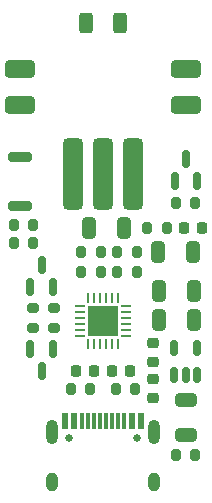
<source format=gts>
%TF.GenerationSoftware,KiCad,Pcbnew,(6.0.4)*%
%TF.CreationDate,2023-01-26T18:28:49+01:00*%
%TF.ProjectId,hair-01,68616972-2d30-4312-9e6b-696361645f70,rev?*%
%TF.SameCoordinates,Original*%
%TF.FileFunction,Soldermask,Top*%
%TF.FilePolarity,Negative*%
%FSLAX46Y46*%
G04 Gerber Fmt 4.6, Leading zero omitted, Abs format (unit mm)*
G04 Created by KiCad (PCBNEW (6.0.4)) date 2023-01-26 18:28:49*
%MOMM*%
%LPD*%
G01*
G04 APERTURE LIST*
G04 Aperture macros list*
%AMRoundRect*
0 Rectangle with rounded corners*
0 $1 Rounding radius*
0 $2 $3 $4 $5 $6 $7 $8 $9 X,Y pos of 4 corners*
0 Add a 4 corners polygon primitive as box body*
4,1,4,$2,$3,$4,$5,$6,$7,$8,$9,$2,$3,0*
0 Add four circle primitives for the rounded corners*
1,1,$1+$1,$2,$3*
1,1,$1+$1,$4,$5*
1,1,$1+$1,$6,$7*
1,1,$1+$1,$8,$9*
0 Add four rect primitives between the rounded corners*
20,1,$1+$1,$2,$3,$4,$5,0*
20,1,$1+$1,$4,$5,$6,$7,0*
20,1,$1+$1,$6,$7,$8,$9,0*
20,1,$1+$1,$8,$9,$2,$3,0*%
G04 Aperture macros list end*
%ADD10RoundRect,0.375000X0.925000X-0.375000X0.925000X0.375000X-0.925000X0.375000X-0.925000X-0.375000X0*%
%ADD11RoundRect,0.200000X-0.200000X-0.275000X0.200000X-0.275000X0.200000X0.275000X-0.200000X0.275000X0*%
%ADD12RoundRect,0.200000X0.200000X0.275000X-0.200000X0.275000X-0.200000X-0.275000X0.200000X-0.275000X0*%
%ADD13RoundRect,0.218750X0.256250X-0.218750X0.256250X0.218750X-0.256250X0.218750X-0.256250X-0.218750X0*%
%ADD14RoundRect,0.425000X-0.425000X-2.625000X0.425000X-2.625000X0.425000X2.625000X-0.425000X2.625000X0*%
%ADD15RoundRect,0.150000X0.150000X-0.587500X0.150000X0.587500X-0.150000X0.587500X-0.150000X-0.587500X0*%
%ADD16RoundRect,0.200000X-0.275000X0.200000X-0.275000X-0.200000X0.275000X-0.200000X0.275000X0.200000X0*%
%ADD17C,0.650000*%
%ADD18R,0.600000X1.450000*%
%ADD19R,0.300000X1.450000*%
%ADD20O,1.000000X1.600000*%
%ADD21O,1.000000X2.100000*%
%ADD22RoundRect,0.250000X-0.650000X0.325000X-0.650000X-0.325000X0.650000X-0.325000X0.650000X0.325000X0*%
%ADD23RoundRect,0.150000X-0.150000X0.587500X-0.150000X-0.587500X0.150000X-0.587500X0.150000X0.587500X0*%
%ADD24RoundRect,0.250000X-0.325000X-0.650000X0.325000X-0.650000X0.325000X0.650000X-0.325000X0.650000X0*%
%ADD25RoundRect,0.150000X0.150000X-0.512500X0.150000X0.512500X-0.150000X0.512500X-0.150000X-0.512500X0*%
%ADD26RoundRect,0.225000X-0.250000X0.225000X-0.250000X-0.225000X0.250000X-0.225000X0.250000X0.225000X0*%
%ADD27RoundRect,0.218750X-0.218750X-0.256250X0.218750X-0.256250X0.218750X0.256250X-0.218750X0.256250X0*%
%ADD28RoundRect,0.218750X0.218750X0.256250X-0.218750X0.256250X-0.218750X-0.256250X0.218750X-0.256250X0*%
%ADD29RoundRect,0.225000X-0.225000X-0.250000X0.225000X-0.250000X0.225000X0.250000X-0.225000X0.250000X0*%
%ADD30RoundRect,0.200000X0.800000X-0.200000X0.800000X0.200000X-0.800000X0.200000X-0.800000X-0.200000X0*%
%ADD31RoundRect,0.250000X-0.312500X-0.625000X0.312500X-0.625000X0.312500X0.625000X-0.312500X0.625000X0*%
%ADD32RoundRect,0.250000X0.325000X0.650000X-0.325000X0.650000X-0.325000X-0.650000X0.325000X-0.650000X0*%
%ADD33RoundRect,0.062500X0.062500X-0.350000X0.062500X0.350000X-0.062500X0.350000X-0.062500X-0.350000X0*%
%ADD34RoundRect,0.062500X0.350000X-0.062500X0.350000X0.062500X-0.350000X0.062500X-0.350000X-0.062500X0*%
%ADD35R,2.600000X2.600000*%
%ADD36RoundRect,0.375000X-0.925000X0.375000X-0.925000X-0.375000X0.925000X-0.375000X0.925000X0.375000X0*%
%ADD37RoundRect,0.200000X0.275000X-0.200000X0.275000X0.200000X-0.275000X0.200000X-0.275000X-0.200000X0*%
G04 APERTURE END LIST*
D10*
X155590000Y-85700000D03*
X155590000Y-82700000D03*
D11*
X141034000Y-97409000D03*
X142684000Y-97409000D03*
X149670000Y-109728000D03*
X151320000Y-109728000D03*
D12*
X151447000Y-98171000D03*
X149797000Y-98171000D03*
D13*
X152781000Y-110515500D03*
X152781000Y-108940500D03*
D14*
X146050000Y-91525000D03*
X148590000Y-91525000D03*
X151130000Y-91525000D03*
D15*
X154640000Y-92123500D03*
X156540000Y-92123500D03*
X155590000Y-90248500D03*
D16*
X144399000Y-102934000D03*
X144399000Y-104584000D03*
D17*
X151480000Y-113950000D03*
X145700000Y-113950000D03*
D18*
X145340000Y-112505000D03*
X146140000Y-112505000D03*
D19*
X147340000Y-112505000D03*
X148340000Y-112505000D03*
X148840000Y-112505000D03*
X149840000Y-112505000D03*
D18*
X151040000Y-112505000D03*
X151840000Y-112505000D03*
X151840000Y-112505000D03*
X151040000Y-112505000D03*
D19*
X150340000Y-112505000D03*
X149340000Y-112505000D03*
X147840000Y-112505000D03*
X146840000Y-112505000D03*
D18*
X146140000Y-112505000D03*
X145340000Y-112505000D03*
D20*
X152910000Y-117600000D03*
X144270000Y-117600000D03*
D21*
X144270000Y-113420000D03*
X152910000Y-113420000D03*
D22*
X155575000Y-110666000D03*
X155575000Y-113616000D03*
D23*
X144333000Y-106377500D03*
X142433000Y-106377500D03*
X143383000Y-108252500D03*
D24*
X153338000Y-103886000D03*
X156288000Y-103886000D03*
D12*
X147510000Y-109728000D03*
X145860000Y-109728000D03*
D25*
X154625000Y-108579500D03*
X155575000Y-108579500D03*
X156525000Y-108579500D03*
X156525000Y-106304500D03*
X154625000Y-106304500D03*
D11*
X141034000Y-95885000D03*
X142684000Y-95885000D03*
D26*
X152781000Y-105905000D03*
X152781000Y-107455000D03*
D15*
X142433000Y-101140500D03*
X144333000Y-101140500D03*
X143383000Y-99265500D03*
D27*
X149326500Y-108204000D03*
X150901500Y-108204000D03*
D28*
X147853500Y-108204000D03*
X146278500Y-108204000D03*
D11*
X146749000Y-99822000D03*
X148399000Y-99822000D03*
D29*
X155435000Y-96139000D03*
X156985000Y-96139000D03*
D30*
X141590000Y-94300000D03*
X141590000Y-90100000D03*
D31*
X147127500Y-78740000D03*
X150052500Y-78740000D03*
D12*
X153987000Y-96139000D03*
X152337000Y-96139000D03*
D32*
X156161000Y-98171000D03*
X153211000Y-98171000D03*
D33*
X147340000Y-105950500D03*
X147840000Y-105950500D03*
X148340000Y-105950500D03*
X148840000Y-105950500D03*
X149340000Y-105950500D03*
X149840000Y-105950500D03*
D34*
X150527500Y-105263000D03*
X150527500Y-104763000D03*
X150527500Y-104263000D03*
X150527500Y-103763000D03*
X150527500Y-103263000D03*
X150527500Y-102763000D03*
D33*
X149840000Y-102075500D03*
X149340000Y-102075500D03*
X148840000Y-102075500D03*
X148340000Y-102075500D03*
X147840000Y-102075500D03*
X147340000Y-102075500D03*
D34*
X146652500Y-102763000D03*
X146652500Y-103263000D03*
X146652500Y-103763000D03*
X146652500Y-104263000D03*
X146652500Y-104763000D03*
X146652500Y-105263000D03*
D35*
X148590000Y-104013000D03*
D11*
X154750000Y-115316000D03*
X156400000Y-115316000D03*
D12*
X151447000Y-99822000D03*
X149797000Y-99822000D03*
X148399000Y-98171000D03*
X146749000Y-98171000D03*
D24*
X153338000Y-101473000D03*
X156288000Y-101473000D03*
D11*
X154750000Y-93980000D03*
X156400000Y-93980000D03*
D36*
X141590000Y-82700000D03*
X141590000Y-85700000D03*
D37*
X142621000Y-104584000D03*
X142621000Y-102934000D03*
D32*
X150319000Y-96139000D03*
X147369000Y-96139000D03*
M02*

</source>
